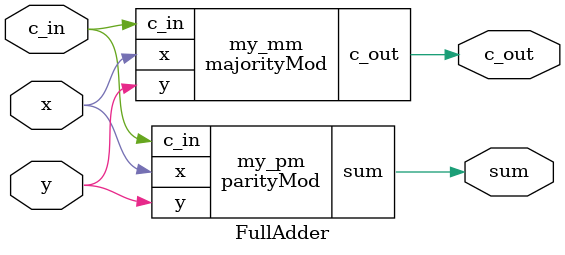
<source format=v>

module TestMod;                     // the "main" thing
   
   parameter STDIN = 32'h8000_0000; // I/O address of keyboard input channel

   reg C0;            
   reg [7:0] str [1:3]; 
   reg [4:0] X, Y;      
   wire [4:0] S;        
   wire C4, C5, E;      

   AddSubMod  my_addsub(X, Y, S, C0, C4, C5, E);

   initial begin

      $display("Enter X (range 0 ~ 15):");
      str[1] = $fgetc( STDIN );        
      str[2] = $fgetc( STDIN );      
      str[3] = $fgetc( STDIN );      
      str[1] = str[1] - 48;          
      str[2] = str[2] - 48;          
      str[1] = str[1] * 10;          
      X = str[1] + str[2];           

      $display("Enter Y (range 0 ~ 15):");
      str[1] = $fgetc( STDIN );      
      str[2] = $fgetc( STDIN );      
      str[3] = $fgetc( STDIN );      
      str[1] = str[1] - 48;          
      str[2] = str[2] - 48;          
      str[1] = str[1] * 10;          
      Y = str[1] + str[2];           

      $display("Enter either '+' or '-':");
      str[1] = $fgetc( STDIN );     

      if( str[1] == 45 ) // Subtract numbers
          C0 = 1;
      else // Add Numbers
          C0 = 0; 
      
      #1; // wait until Adder gets them processed

      $display("X=%b (%d) Y=%b (%d) C0=%d", X, X, Y, Y, C0);
      $display("Result=%b (as unsigned %d) ", S, S);
      $display("C4=%d C5=%d E=%d", C4, C5, E);
      if(E==0)
        $display("Since E is %d, C5 is not needed.", E);      
      else 
        $display("Since E is %d, correct with C5 in front: %d%b", E, C5, S);
   end

endmodule


module AddSubMod(X, Y, S, C0, C4, C5, E); // 5-Bit Adder/Subtractor

   input C0;           
   input [4:0] X, Y ;  
   output [4:0] S;     
   output E, C4, C5;   
   wire [0:5] c;       
   wire [0:4] xw;      

   assign c[0] = C0;   
   assign C4 = c[4];   
   assign C5 = c[5];   

   xor(xw[0], c[0], Y[0]); 
   xor(xw[1], c[0], Y[1]); 
   xor(xw[2], c[0], Y[2]); 
   xor(xw[3], c[0], Y[3]); 
   xor(xw[4], c[0], Y[4]); 

   FullAdder fa1(X[0], xw[0], c[0], c[1], S[0]);  
   FullAdder fa2(X[1], xw[1], c[1] ,c[2] ,S[1]);
   FullAdder fa3(X[2], xw[2], c[2] ,c[3] ,S[2]); 
   FullAdder fa4(X[3], xw[3], c[3], c[4] ,S[3]); 
   FullAdder fa5(X[4], xw[4], c[4], c[5] ,S[4]); 

   xor(E, c[4], c[5]); 

endmodule

module majorityMod(x, y, c_in, c_out); 

   input x, y, c_in; 
   output c_out; 

   wire [0:2] a_wire; // array of extra wires

   and(a_wire[0], x, y);
   and(a_wire[1], x, c_in); 
   and(a_wire[2], y, c_in);  

   or(c_out, a_wire[0], a_wire[1], a_wire[2]);

endmodule



module parityMod(x, y, c_in, sum);

   input x, y, c_in; 
   output sum; 

   wire x_y; 
   xor(x_y, x, y);

   xor(sum, x_y, c_in);

endmodule


module FullAdder(x, y, c_in, c_out, sum);

   input x, y, c_in; 
   output c_out, sum;

   majorityMod my_mm (x, y, c_in, c_out); 
   parityMod my_pm (x, y, c_in, sum); 

endmodule


</source>
